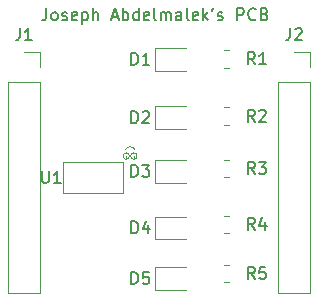
<source format=gto>
%TF.GenerationSoftware,KiCad,Pcbnew,8.0.5*%
%TF.CreationDate,2024-10-04T14:56:02-07:00*%
%TF.ProjectId,TempSensorPCB,54656d70-5365-46e7-936f-725043422e6b,v01*%
%TF.SameCoordinates,Original*%
%TF.FileFunction,Legend,Top*%
%TF.FilePolarity,Positive*%
%FSLAX46Y46*%
G04 Gerber Fmt 4.6, Leading zero omitted, Abs format (unit mm)*
G04 Created by KiCad (PCBNEW 8.0.5) date 2024-10-04 14:56:02*
%MOMM*%
%LPD*%
G01*
G04 APERTURE LIST*
%ADD10C,0.152400*%
%ADD11C,0.150000*%
%ADD12C,0.129540*%
%ADD13C,0.120000*%
%ADD14C,0.100000*%
G04 APERTURE END LIST*
D10*
X131434072Y-127393694D02*
X131434072Y-128107979D01*
X131434072Y-128107979D02*
X131386453Y-128250836D01*
X131386453Y-128250836D02*
X131291215Y-128346075D01*
X131291215Y-128346075D02*
X131148358Y-128393694D01*
X131148358Y-128393694D02*
X131053120Y-128393694D01*
X132053120Y-128393694D02*
X131957882Y-128346075D01*
X131957882Y-128346075D02*
X131910263Y-128298455D01*
X131910263Y-128298455D02*
X131862644Y-128203217D01*
X131862644Y-128203217D02*
X131862644Y-127917503D01*
X131862644Y-127917503D02*
X131910263Y-127822265D01*
X131910263Y-127822265D02*
X131957882Y-127774646D01*
X131957882Y-127774646D02*
X132053120Y-127727027D01*
X132053120Y-127727027D02*
X132195977Y-127727027D01*
X132195977Y-127727027D02*
X132291215Y-127774646D01*
X132291215Y-127774646D02*
X132338834Y-127822265D01*
X132338834Y-127822265D02*
X132386453Y-127917503D01*
X132386453Y-127917503D02*
X132386453Y-128203217D01*
X132386453Y-128203217D02*
X132338834Y-128298455D01*
X132338834Y-128298455D02*
X132291215Y-128346075D01*
X132291215Y-128346075D02*
X132195977Y-128393694D01*
X132195977Y-128393694D02*
X132053120Y-128393694D01*
X132767406Y-128346075D02*
X132862644Y-128393694D01*
X132862644Y-128393694D02*
X133053120Y-128393694D01*
X133053120Y-128393694D02*
X133148358Y-128346075D01*
X133148358Y-128346075D02*
X133195977Y-128250836D01*
X133195977Y-128250836D02*
X133195977Y-128203217D01*
X133195977Y-128203217D02*
X133148358Y-128107979D01*
X133148358Y-128107979D02*
X133053120Y-128060360D01*
X133053120Y-128060360D02*
X132910263Y-128060360D01*
X132910263Y-128060360D02*
X132815025Y-128012741D01*
X132815025Y-128012741D02*
X132767406Y-127917503D01*
X132767406Y-127917503D02*
X132767406Y-127869884D01*
X132767406Y-127869884D02*
X132815025Y-127774646D01*
X132815025Y-127774646D02*
X132910263Y-127727027D01*
X132910263Y-127727027D02*
X133053120Y-127727027D01*
X133053120Y-127727027D02*
X133148358Y-127774646D01*
X134005501Y-128346075D02*
X133910263Y-128393694D01*
X133910263Y-128393694D02*
X133719787Y-128393694D01*
X133719787Y-128393694D02*
X133624549Y-128346075D01*
X133624549Y-128346075D02*
X133576930Y-128250836D01*
X133576930Y-128250836D02*
X133576930Y-127869884D01*
X133576930Y-127869884D02*
X133624549Y-127774646D01*
X133624549Y-127774646D02*
X133719787Y-127727027D01*
X133719787Y-127727027D02*
X133910263Y-127727027D01*
X133910263Y-127727027D02*
X134005501Y-127774646D01*
X134005501Y-127774646D02*
X134053120Y-127869884D01*
X134053120Y-127869884D02*
X134053120Y-127965122D01*
X134053120Y-127965122D02*
X133576930Y-128060360D01*
X134481692Y-127727027D02*
X134481692Y-128727027D01*
X134481692Y-127774646D02*
X134576930Y-127727027D01*
X134576930Y-127727027D02*
X134767406Y-127727027D01*
X134767406Y-127727027D02*
X134862644Y-127774646D01*
X134862644Y-127774646D02*
X134910263Y-127822265D01*
X134910263Y-127822265D02*
X134957882Y-127917503D01*
X134957882Y-127917503D02*
X134957882Y-128203217D01*
X134957882Y-128203217D02*
X134910263Y-128298455D01*
X134910263Y-128298455D02*
X134862644Y-128346075D01*
X134862644Y-128346075D02*
X134767406Y-128393694D01*
X134767406Y-128393694D02*
X134576930Y-128393694D01*
X134576930Y-128393694D02*
X134481692Y-128346075D01*
X135386454Y-128393694D02*
X135386454Y-127393694D01*
X135815025Y-128393694D02*
X135815025Y-127869884D01*
X135815025Y-127869884D02*
X135767406Y-127774646D01*
X135767406Y-127774646D02*
X135672168Y-127727027D01*
X135672168Y-127727027D02*
X135529311Y-127727027D01*
X135529311Y-127727027D02*
X135434073Y-127774646D01*
X135434073Y-127774646D02*
X135386454Y-127822265D01*
X137005502Y-128107979D02*
X137481692Y-128107979D01*
X136910264Y-128393694D02*
X137243597Y-127393694D01*
X137243597Y-127393694D02*
X137576930Y-128393694D01*
X137910264Y-128393694D02*
X137910264Y-127393694D01*
X137910264Y-127774646D02*
X138005502Y-127727027D01*
X138005502Y-127727027D02*
X138195978Y-127727027D01*
X138195978Y-127727027D02*
X138291216Y-127774646D01*
X138291216Y-127774646D02*
X138338835Y-127822265D01*
X138338835Y-127822265D02*
X138386454Y-127917503D01*
X138386454Y-127917503D02*
X138386454Y-128203217D01*
X138386454Y-128203217D02*
X138338835Y-128298455D01*
X138338835Y-128298455D02*
X138291216Y-128346075D01*
X138291216Y-128346075D02*
X138195978Y-128393694D01*
X138195978Y-128393694D02*
X138005502Y-128393694D01*
X138005502Y-128393694D02*
X137910264Y-128346075D01*
X139243597Y-128393694D02*
X139243597Y-127393694D01*
X139243597Y-128346075D02*
X139148359Y-128393694D01*
X139148359Y-128393694D02*
X138957883Y-128393694D01*
X138957883Y-128393694D02*
X138862645Y-128346075D01*
X138862645Y-128346075D02*
X138815026Y-128298455D01*
X138815026Y-128298455D02*
X138767407Y-128203217D01*
X138767407Y-128203217D02*
X138767407Y-127917503D01*
X138767407Y-127917503D02*
X138815026Y-127822265D01*
X138815026Y-127822265D02*
X138862645Y-127774646D01*
X138862645Y-127774646D02*
X138957883Y-127727027D01*
X138957883Y-127727027D02*
X139148359Y-127727027D01*
X139148359Y-127727027D02*
X139243597Y-127774646D01*
X140100740Y-128346075D02*
X140005502Y-128393694D01*
X140005502Y-128393694D02*
X139815026Y-128393694D01*
X139815026Y-128393694D02*
X139719788Y-128346075D01*
X139719788Y-128346075D02*
X139672169Y-128250836D01*
X139672169Y-128250836D02*
X139672169Y-127869884D01*
X139672169Y-127869884D02*
X139719788Y-127774646D01*
X139719788Y-127774646D02*
X139815026Y-127727027D01*
X139815026Y-127727027D02*
X140005502Y-127727027D01*
X140005502Y-127727027D02*
X140100740Y-127774646D01*
X140100740Y-127774646D02*
X140148359Y-127869884D01*
X140148359Y-127869884D02*
X140148359Y-127965122D01*
X140148359Y-127965122D02*
X139672169Y-128060360D01*
X140719788Y-128393694D02*
X140624550Y-128346075D01*
X140624550Y-128346075D02*
X140576931Y-128250836D01*
X140576931Y-128250836D02*
X140576931Y-127393694D01*
X141100741Y-128393694D02*
X141100741Y-127727027D01*
X141100741Y-127822265D02*
X141148360Y-127774646D01*
X141148360Y-127774646D02*
X141243598Y-127727027D01*
X141243598Y-127727027D02*
X141386455Y-127727027D01*
X141386455Y-127727027D02*
X141481693Y-127774646D01*
X141481693Y-127774646D02*
X141529312Y-127869884D01*
X141529312Y-127869884D02*
X141529312Y-128393694D01*
X141529312Y-127869884D02*
X141576931Y-127774646D01*
X141576931Y-127774646D02*
X141672169Y-127727027D01*
X141672169Y-127727027D02*
X141815026Y-127727027D01*
X141815026Y-127727027D02*
X141910265Y-127774646D01*
X141910265Y-127774646D02*
X141957884Y-127869884D01*
X141957884Y-127869884D02*
X141957884Y-128393694D01*
X142862645Y-128393694D02*
X142862645Y-127869884D01*
X142862645Y-127869884D02*
X142815026Y-127774646D01*
X142815026Y-127774646D02*
X142719788Y-127727027D01*
X142719788Y-127727027D02*
X142529312Y-127727027D01*
X142529312Y-127727027D02*
X142434074Y-127774646D01*
X142862645Y-128346075D02*
X142767407Y-128393694D01*
X142767407Y-128393694D02*
X142529312Y-128393694D01*
X142529312Y-128393694D02*
X142434074Y-128346075D01*
X142434074Y-128346075D02*
X142386455Y-128250836D01*
X142386455Y-128250836D02*
X142386455Y-128155598D01*
X142386455Y-128155598D02*
X142434074Y-128060360D01*
X142434074Y-128060360D02*
X142529312Y-128012741D01*
X142529312Y-128012741D02*
X142767407Y-128012741D01*
X142767407Y-128012741D02*
X142862645Y-127965122D01*
X143481693Y-128393694D02*
X143386455Y-128346075D01*
X143386455Y-128346075D02*
X143338836Y-128250836D01*
X143338836Y-128250836D02*
X143338836Y-127393694D01*
X144243598Y-128346075D02*
X144148360Y-128393694D01*
X144148360Y-128393694D02*
X143957884Y-128393694D01*
X143957884Y-128393694D02*
X143862646Y-128346075D01*
X143862646Y-128346075D02*
X143815027Y-128250836D01*
X143815027Y-128250836D02*
X143815027Y-127869884D01*
X143815027Y-127869884D02*
X143862646Y-127774646D01*
X143862646Y-127774646D02*
X143957884Y-127727027D01*
X143957884Y-127727027D02*
X144148360Y-127727027D01*
X144148360Y-127727027D02*
X144243598Y-127774646D01*
X144243598Y-127774646D02*
X144291217Y-127869884D01*
X144291217Y-127869884D02*
X144291217Y-127965122D01*
X144291217Y-127965122D02*
X143815027Y-128060360D01*
X144719789Y-128393694D02*
X144719789Y-127393694D01*
X144815027Y-128012741D02*
X145100741Y-128393694D01*
X145100741Y-127727027D02*
X144719789Y-128107979D01*
X145576932Y-127393694D02*
X145481694Y-127584170D01*
X145957884Y-128346075D02*
X146053122Y-128393694D01*
X146053122Y-128393694D02*
X146243598Y-128393694D01*
X146243598Y-128393694D02*
X146338836Y-128346075D01*
X146338836Y-128346075D02*
X146386455Y-128250836D01*
X146386455Y-128250836D02*
X146386455Y-128203217D01*
X146386455Y-128203217D02*
X146338836Y-128107979D01*
X146338836Y-128107979D02*
X146243598Y-128060360D01*
X146243598Y-128060360D02*
X146100741Y-128060360D01*
X146100741Y-128060360D02*
X146005503Y-128012741D01*
X146005503Y-128012741D02*
X145957884Y-127917503D01*
X145957884Y-127917503D02*
X145957884Y-127869884D01*
X145957884Y-127869884D02*
X146005503Y-127774646D01*
X146005503Y-127774646D02*
X146100741Y-127727027D01*
X146100741Y-127727027D02*
X146243598Y-127727027D01*
X146243598Y-127727027D02*
X146338836Y-127774646D01*
X147576932Y-128393694D02*
X147576932Y-127393694D01*
X147576932Y-127393694D02*
X147957884Y-127393694D01*
X147957884Y-127393694D02*
X148053122Y-127441313D01*
X148053122Y-127441313D02*
X148100741Y-127488932D01*
X148100741Y-127488932D02*
X148148360Y-127584170D01*
X148148360Y-127584170D02*
X148148360Y-127727027D01*
X148148360Y-127727027D02*
X148100741Y-127822265D01*
X148100741Y-127822265D02*
X148053122Y-127869884D01*
X148053122Y-127869884D02*
X147957884Y-127917503D01*
X147957884Y-127917503D02*
X147576932Y-127917503D01*
X149148360Y-128298455D02*
X149100741Y-128346075D01*
X149100741Y-128346075D02*
X148957884Y-128393694D01*
X148957884Y-128393694D02*
X148862646Y-128393694D01*
X148862646Y-128393694D02*
X148719789Y-128346075D01*
X148719789Y-128346075D02*
X148624551Y-128250836D01*
X148624551Y-128250836D02*
X148576932Y-128155598D01*
X148576932Y-128155598D02*
X148529313Y-127965122D01*
X148529313Y-127965122D02*
X148529313Y-127822265D01*
X148529313Y-127822265D02*
X148576932Y-127631789D01*
X148576932Y-127631789D02*
X148624551Y-127536551D01*
X148624551Y-127536551D02*
X148719789Y-127441313D01*
X148719789Y-127441313D02*
X148862646Y-127393694D01*
X148862646Y-127393694D02*
X148957884Y-127393694D01*
X148957884Y-127393694D02*
X149100741Y-127441313D01*
X149100741Y-127441313D02*
X149148360Y-127488932D01*
X149910265Y-127869884D02*
X150053122Y-127917503D01*
X150053122Y-127917503D02*
X150100741Y-127965122D01*
X150100741Y-127965122D02*
X150148360Y-128060360D01*
X150148360Y-128060360D02*
X150148360Y-128203217D01*
X150148360Y-128203217D02*
X150100741Y-128298455D01*
X150100741Y-128298455D02*
X150053122Y-128346075D01*
X150053122Y-128346075D02*
X149957884Y-128393694D01*
X149957884Y-128393694D02*
X149576932Y-128393694D01*
X149576932Y-128393694D02*
X149576932Y-127393694D01*
X149576932Y-127393694D02*
X149910265Y-127393694D01*
X149910265Y-127393694D02*
X150005503Y-127441313D01*
X150005503Y-127441313D02*
X150053122Y-127488932D01*
X150053122Y-127488932D02*
X150100741Y-127584170D01*
X150100741Y-127584170D02*
X150100741Y-127679408D01*
X150100741Y-127679408D02*
X150053122Y-127774646D01*
X150053122Y-127774646D02*
X150005503Y-127822265D01*
X150005503Y-127822265D02*
X149910265Y-127869884D01*
X149910265Y-127869884D02*
X149576932Y-127869884D01*
D11*
X138639405Y-141649819D02*
X138639405Y-140649819D01*
X138639405Y-140649819D02*
X138877500Y-140649819D01*
X138877500Y-140649819D02*
X139020357Y-140697438D01*
X139020357Y-140697438D02*
X139115595Y-140792676D01*
X139115595Y-140792676D02*
X139163214Y-140887914D01*
X139163214Y-140887914D02*
X139210833Y-141078390D01*
X139210833Y-141078390D02*
X139210833Y-141221247D01*
X139210833Y-141221247D02*
X139163214Y-141411723D01*
X139163214Y-141411723D02*
X139115595Y-141506961D01*
X139115595Y-141506961D02*
X139020357Y-141602200D01*
X139020357Y-141602200D02*
X138877500Y-141649819D01*
X138877500Y-141649819D02*
X138639405Y-141649819D01*
X139544167Y-140649819D02*
X140163214Y-140649819D01*
X140163214Y-140649819D02*
X139829881Y-141030771D01*
X139829881Y-141030771D02*
X139972738Y-141030771D01*
X139972738Y-141030771D02*
X140067976Y-141078390D01*
X140067976Y-141078390D02*
X140115595Y-141126009D01*
X140115595Y-141126009D02*
X140163214Y-141221247D01*
X140163214Y-141221247D02*
X140163214Y-141459342D01*
X140163214Y-141459342D02*
X140115595Y-141554580D01*
X140115595Y-141554580D02*
X140067976Y-141602200D01*
X140067976Y-141602200D02*
X139972738Y-141649819D01*
X139972738Y-141649819D02*
X139687024Y-141649819D01*
X139687024Y-141649819D02*
X139591786Y-141602200D01*
X139591786Y-141602200D02*
X139544167Y-141554580D01*
X138639405Y-146442819D02*
X138639405Y-145442819D01*
X138639405Y-145442819D02*
X138877500Y-145442819D01*
X138877500Y-145442819D02*
X139020357Y-145490438D01*
X139020357Y-145490438D02*
X139115595Y-145585676D01*
X139115595Y-145585676D02*
X139163214Y-145680914D01*
X139163214Y-145680914D02*
X139210833Y-145871390D01*
X139210833Y-145871390D02*
X139210833Y-146014247D01*
X139210833Y-146014247D02*
X139163214Y-146204723D01*
X139163214Y-146204723D02*
X139115595Y-146299961D01*
X139115595Y-146299961D02*
X139020357Y-146395200D01*
X139020357Y-146395200D02*
X138877500Y-146442819D01*
X138877500Y-146442819D02*
X138639405Y-146442819D01*
X140067976Y-145776152D02*
X140067976Y-146442819D01*
X139829881Y-145395200D02*
X139591786Y-146109485D01*
X139591786Y-146109485D02*
X140210833Y-146109485D01*
X149081833Y-150314819D02*
X148748500Y-149838628D01*
X148510405Y-150314819D02*
X148510405Y-149314819D01*
X148510405Y-149314819D02*
X148891357Y-149314819D01*
X148891357Y-149314819D02*
X148986595Y-149362438D01*
X148986595Y-149362438D02*
X149034214Y-149410057D01*
X149034214Y-149410057D02*
X149081833Y-149505295D01*
X149081833Y-149505295D02*
X149081833Y-149648152D01*
X149081833Y-149648152D02*
X149034214Y-149743390D01*
X149034214Y-149743390D02*
X148986595Y-149791009D01*
X148986595Y-149791009D02*
X148891357Y-149838628D01*
X148891357Y-149838628D02*
X148510405Y-149838628D01*
X149986595Y-149314819D02*
X149510405Y-149314819D01*
X149510405Y-149314819D02*
X149462786Y-149791009D01*
X149462786Y-149791009D02*
X149510405Y-149743390D01*
X149510405Y-149743390D02*
X149605643Y-149695771D01*
X149605643Y-149695771D02*
X149843738Y-149695771D01*
X149843738Y-149695771D02*
X149938976Y-149743390D01*
X149938976Y-149743390D02*
X149986595Y-149791009D01*
X149986595Y-149791009D02*
X150034214Y-149886247D01*
X150034214Y-149886247D02*
X150034214Y-150124342D01*
X150034214Y-150124342D02*
X149986595Y-150219580D01*
X149986595Y-150219580D02*
X149938976Y-150267200D01*
X149938976Y-150267200D02*
X149843738Y-150314819D01*
X149843738Y-150314819D02*
X149605643Y-150314819D01*
X149605643Y-150314819D02*
X149510405Y-150267200D01*
X149510405Y-150267200D02*
X149462786Y-150219580D01*
X129206666Y-129082319D02*
X129206666Y-129796604D01*
X129206666Y-129796604D02*
X129159047Y-129939461D01*
X129159047Y-129939461D02*
X129063809Y-130034700D01*
X129063809Y-130034700D02*
X128920952Y-130082319D01*
X128920952Y-130082319D02*
X128825714Y-130082319D01*
X130206666Y-130082319D02*
X129635238Y-130082319D01*
X129920952Y-130082319D02*
X129920952Y-129082319D01*
X129920952Y-129082319D02*
X129825714Y-129225176D01*
X129825714Y-129225176D02*
X129730476Y-129320414D01*
X129730476Y-129320414D02*
X129635238Y-129368033D01*
X149081833Y-136979819D02*
X148748500Y-136503628D01*
X148510405Y-136979819D02*
X148510405Y-135979819D01*
X148510405Y-135979819D02*
X148891357Y-135979819D01*
X148891357Y-135979819D02*
X148986595Y-136027438D01*
X148986595Y-136027438D02*
X149034214Y-136075057D01*
X149034214Y-136075057D02*
X149081833Y-136170295D01*
X149081833Y-136170295D02*
X149081833Y-136313152D01*
X149081833Y-136313152D02*
X149034214Y-136408390D01*
X149034214Y-136408390D02*
X148986595Y-136456009D01*
X148986595Y-136456009D02*
X148891357Y-136503628D01*
X148891357Y-136503628D02*
X148510405Y-136503628D01*
X149462786Y-136075057D02*
X149510405Y-136027438D01*
X149510405Y-136027438D02*
X149605643Y-135979819D01*
X149605643Y-135979819D02*
X149843738Y-135979819D01*
X149843738Y-135979819D02*
X149938976Y-136027438D01*
X149938976Y-136027438D02*
X149986595Y-136075057D01*
X149986595Y-136075057D02*
X150034214Y-136170295D01*
X150034214Y-136170295D02*
X150034214Y-136265533D01*
X150034214Y-136265533D02*
X149986595Y-136408390D01*
X149986595Y-136408390D02*
X149415167Y-136979819D01*
X149415167Y-136979819D02*
X150034214Y-136979819D01*
X149081833Y-146127819D02*
X148748500Y-145651628D01*
X148510405Y-146127819D02*
X148510405Y-145127819D01*
X148510405Y-145127819D02*
X148891357Y-145127819D01*
X148891357Y-145127819D02*
X148986595Y-145175438D01*
X148986595Y-145175438D02*
X149034214Y-145223057D01*
X149034214Y-145223057D02*
X149081833Y-145318295D01*
X149081833Y-145318295D02*
X149081833Y-145461152D01*
X149081833Y-145461152D02*
X149034214Y-145556390D01*
X149034214Y-145556390D02*
X148986595Y-145604009D01*
X148986595Y-145604009D02*
X148891357Y-145651628D01*
X148891357Y-145651628D02*
X148510405Y-145651628D01*
X149938976Y-145461152D02*
X149938976Y-146127819D01*
X149700881Y-145080200D02*
X149462786Y-145794485D01*
X149462786Y-145794485D02*
X150081833Y-145794485D01*
X138639405Y-150719819D02*
X138639405Y-149719819D01*
X138639405Y-149719819D02*
X138877500Y-149719819D01*
X138877500Y-149719819D02*
X139020357Y-149767438D01*
X139020357Y-149767438D02*
X139115595Y-149862676D01*
X139115595Y-149862676D02*
X139163214Y-149957914D01*
X139163214Y-149957914D02*
X139210833Y-150148390D01*
X139210833Y-150148390D02*
X139210833Y-150291247D01*
X139210833Y-150291247D02*
X139163214Y-150481723D01*
X139163214Y-150481723D02*
X139115595Y-150576961D01*
X139115595Y-150576961D02*
X139020357Y-150672200D01*
X139020357Y-150672200D02*
X138877500Y-150719819D01*
X138877500Y-150719819D02*
X138639405Y-150719819D01*
X140115595Y-149719819D02*
X139639405Y-149719819D01*
X139639405Y-149719819D02*
X139591786Y-150196009D01*
X139591786Y-150196009D02*
X139639405Y-150148390D01*
X139639405Y-150148390D02*
X139734643Y-150100771D01*
X139734643Y-150100771D02*
X139972738Y-150100771D01*
X139972738Y-150100771D02*
X140067976Y-150148390D01*
X140067976Y-150148390D02*
X140115595Y-150196009D01*
X140115595Y-150196009D02*
X140163214Y-150291247D01*
X140163214Y-150291247D02*
X140163214Y-150529342D01*
X140163214Y-150529342D02*
X140115595Y-150624580D01*
X140115595Y-150624580D02*
X140067976Y-150672200D01*
X140067976Y-150672200D02*
X139972738Y-150719819D01*
X139972738Y-150719819D02*
X139734643Y-150719819D01*
X139734643Y-150719819D02*
X139639405Y-150672200D01*
X139639405Y-150672200D02*
X139591786Y-150624580D01*
X149081833Y-141424819D02*
X148748500Y-140948628D01*
X148510405Y-141424819D02*
X148510405Y-140424819D01*
X148510405Y-140424819D02*
X148891357Y-140424819D01*
X148891357Y-140424819D02*
X148986595Y-140472438D01*
X148986595Y-140472438D02*
X149034214Y-140520057D01*
X149034214Y-140520057D02*
X149081833Y-140615295D01*
X149081833Y-140615295D02*
X149081833Y-140758152D01*
X149081833Y-140758152D02*
X149034214Y-140853390D01*
X149034214Y-140853390D02*
X148986595Y-140901009D01*
X148986595Y-140901009D02*
X148891357Y-140948628D01*
X148891357Y-140948628D02*
X148510405Y-140948628D01*
X149415167Y-140424819D02*
X150034214Y-140424819D01*
X150034214Y-140424819D02*
X149700881Y-140805771D01*
X149700881Y-140805771D02*
X149843738Y-140805771D01*
X149843738Y-140805771D02*
X149938976Y-140853390D01*
X149938976Y-140853390D02*
X149986595Y-140901009D01*
X149986595Y-140901009D02*
X150034214Y-140996247D01*
X150034214Y-140996247D02*
X150034214Y-141234342D01*
X150034214Y-141234342D02*
X149986595Y-141329580D01*
X149986595Y-141329580D02*
X149938976Y-141377200D01*
X149938976Y-141377200D02*
X149843738Y-141424819D01*
X149843738Y-141424819D02*
X149558024Y-141424819D01*
X149558024Y-141424819D02*
X149462786Y-141377200D01*
X149462786Y-141377200D02*
X149415167Y-141329580D01*
D12*
X131064095Y-141187882D02*
X131064095Y-141997405D01*
X131064095Y-141997405D02*
X131111714Y-142092643D01*
X131111714Y-142092643D02*
X131159333Y-142140263D01*
X131159333Y-142140263D02*
X131254571Y-142187882D01*
X131254571Y-142187882D02*
X131445047Y-142187882D01*
X131445047Y-142187882D02*
X131540285Y-142140263D01*
X131540285Y-142140263D02*
X131587904Y-142092643D01*
X131587904Y-142092643D02*
X131635523Y-141997405D01*
X131635523Y-141997405D02*
X131635523Y-141187882D01*
X132635523Y-142187882D02*
X132064095Y-142187882D01*
X132349809Y-142187882D02*
X132349809Y-141187882D01*
X132349809Y-141187882D02*
X132254571Y-141330739D01*
X132254571Y-141330739D02*
X132159333Y-141425977D01*
X132159333Y-141425977D02*
X132064095Y-141473596D01*
D11*
X152066666Y-129082319D02*
X152066666Y-129796604D01*
X152066666Y-129796604D02*
X152019047Y-129939461D01*
X152019047Y-129939461D02*
X151923809Y-130034700D01*
X151923809Y-130034700D02*
X151780952Y-130082319D01*
X151780952Y-130082319D02*
X151685714Y-130082319D01*
X152495238Y-129177557D02*
X152542857Y-129129938D01*
X152542857Y-129129938D02*
X152638095Y-129082319D01*
X152638095Y-129082319D02*
X152876190Y-129082319D01*
X152876190Y-129082319D02*
X152971428Y-129129938D01*
X152971428Y-129129938D02*
X153019047Y-129177557D01*
X153019047Y-129177557D02*
X153066666Y-129272795D01*
X153066666Y-129272795D02*
X153066666Y-129368033D01*
X153066666Y-129368033D02*
X153019047Y-129510890D01*
X153019047Y-129510890D02*
X152447619Y-130082319D01*
X152447619Y-130082319D02*
X153066666Y-130082319D01*
X138639405Y-132169819D02*
X138639405Y-131169819D01*
X138639405Y-131169819D02*
X138877500Y-131169819D01*
X138877500Y-131169819D02*
X139020357Y-131217438D01*
X139020357Y-131217438D02*
X139115595Y-131312676D01*
X139115595Y-131312676D02*
X139163214Y-131407914D01*
X139163214Y-131407914D02*
X139210833Y-131598390D01*
X139210833Y-131598390D02*
X139210833Y-131741247D01*
X139210833Y-131741247D02*
X139163214Y-131931723D01*
X139163214Y-131931723D02*
X139115595Y-132026961D01*
X139115595Y-132026961D02*
X139020357Y-132122200D01*
X139020357Y-132122200D02*
X138877500Y-132169819D01*
X138877500Y-132169819D02*
X138639405Y-132169819D01*
X140163214Y-132169819D02*
X139591786Y-132169819D01*
X139877500Y-132169819D02*
X139877500Y-131169819D01*
X139877500Y-131169819D02*
X139782262Y-131312676D01*
X139782262Y-131312676D02*
X139687024Y-131407914D01*
X139687024Y-131407914D02*
X139591786Y-131455533D01*
X138639405Y-137114819D02*
X138639405Y-136114819D01*
X138639405Y-136114819D02*
X138877500Y-136114819D01*
X138877500Y-136114819D02*
X139020357Y-136162438D01*
X139020357Y-136162438D02*
X139115595Y-136257676D01*
X139115595Y-136257676D02*
X139163214Y-136352914D01*
X139163214Y-136352914D02*
X139210833Y-136543390D01*
X139210833Y-136543390D02*
X139210833Y-136686247D01*
X139210833Y-136686247D02*
X139163214Y-136876723D01*
X139163214Y-136876723D02*
X139115595Y-136971961D01*
X139115595Y-136971961D02*
X139020357Y-137067200D01*
X139020357Y-137067200D02*
X138877500Y-137114819D01*
X138877500Y-137114819D02*
X138639405Y-137114819D01*
X139591786Y-136210057D02*
X139639405Y-136162438D01*
X139639405Y-136162438D02*
X139734643Y-136114819D01*
X139734643Y-136114819D02*
X139972738Y-136114819D01*
X139972738Y-136114819D02*
X140067976Y-136162438D01*
X140067976Y-136162438D02*
X140115595Y-136210057D01*
X140115595Y-136210057D02*
X140163214Y-136305295D01*
X140163214Y-136305295D02*
X140163214Y-136400533D01*
X140163214Y-136400533D02*
X140115595Y-136543390D01*
X140115595Y-136543390D02*
X139544167Y-137114819D01*
X139544167Y-137114819D02*
X140163214Y-137114819D01*
X149081833Y-132124819D02*
X148748500Y-131648628D01*
X148510405Y-132124819D02*
X148510405Y-131124819D01*
X148510405Y-131124819D02*
X148891357Y-131124819D01*
X148891357Y-131124819D02*
X148986595Y-131172438D01*
X148986595Y-131172438D02*
X149034214Y-131220057D01*
X149034214Y-131220057D02*
X149081833Y-131315295D01*
X149081833Y-131315295D02*
X149081833Y-131458152D01*
X149081833Y-131458152D02*
X149034214Y-131553390D01*
X149034214Y-131553390D02*
X148986595Y-131601009D01*
X148986595Y-131601009D02*
X148891357Y-131648628D01*
X148891357Y-131648628D02*
X148510405Y-131648628D01*
X150034214Y-132124819D02*
X149462786Y-132124819D01*
X149748500Y-132124819D02*
X149748500Y-131124819D01*
X149748500Y-131124819D02*
X149653262Y-131267676D01*
X149653262Y-131267676D02*
X149558024Y-131362914D01*
X149558024Y-131362914D02*
X149462786Y-131410533D01*
D13*
X143298500Y-140235000D02*
X140613500Y-140235000D01*
X140613500Y-142155000D02*
X143298500Y-142155000D01*
X140613500Y-140235000D02*
X140613500Y-142155000D01*
X140613500Y-145028000D02*
X140613500Y-146948000D01*
X140613500Y-146948000D02*
X143298500Y-146948000D01*
X143298500Y-145028000D02*
X140613500Y-145028000D01*
X146481436Y-149125000D02*
X146935564Y-149125000D01*
X146481436Y-150595000D02*
X146935564Y-150595000D01*
X128210000Y-133667500D02*
X128210000Y-151507500D01*
X128210000Y-133667500D02*
X130870000Y-133667500D01*
X128210000Y-151507500D02*
X130870000Y-151507500D01*
X129540000Y-131067500D02*
X130870000Y-131067500D01*
X130870000Y-131067500D02*
X130870000Y-132397500D01*
X130870000Y-133667500D02*
X130870000Y-151507500D01*
X146481436Y-135790000D02*
X146935564Y-135790000D01*
X146481436Y-137260000D02*
X146935564Y-137260000D01*
X146481436Y-144938000D02*
X146935564Y-144938000D01*
X146481436Y-146408000D02*
X146935564Y-146408000D01*
X143298500Y-149305000D02*
X140613500Y-149305000D01*
X140613500Y-151225000D02*
X143298500Y-151225000D01*
X140613500Y-149305000D02*
X140613500Y-151225000D01*
X146481436Y-140235000D02*
X146935564Y-140235000D01*
X146481436Y-141705000D02*
X146935564Y-141705000D01*
D14*
X132882000Y-143032000D02*
X132882000Y-140432000D01*
X137882000Y-140432000D02*
X132882000Y-140432000D01*
X137882000Y-143032000D02*
X132882000Y-143032000D01*
X137882000Y-143032000D02*
X137882000Y-140432000D01*
X138201400Y-139903200D02*
X138201400Y-140182600D01*
X138836400Y-139903200D02*
X138836400Y-140182600D01*
X138108201Y-139415288D02*
G75*
G02*
X138937999Y-139369800I423399J-132312D01*
G01*
X138480800Y-139903200D02*
G75*
G02*
X137922000Y-139903200I-279400J0D01*
G01*
X137922000Y-139903200D02*
G75*
G02*
X138480800Y-139903200I279400J0D01*
G01*
X139115800Y-139903200D02*
G75*
G02*
X138557000Y-139903200I-279400J0D01*
G01*
X138557000Y-139903200D02*
G75*
G02*
X139115800Y-139903200I279400J0D01*
G01*
D13*
X151070000Y-133667500D02*
X151070000Y-151507500D01*
X151070000Y-133667500D02*
X153730000Y-133667500D01*
X151070000Y-151507500D02*
X153730000Y-151507500D01*
X152400000Y-131067500D02*
X153730000Y-131067500D01*
X153730000Y-131067500D02*
X153730000Y-132397500D01*
X153730000Y-133667500D02*
X153730000Y-151507500D01*
X140613500Y-130755000D02*
X140613500Y-132675000D01*
X140613500Y-132675000D02*
X143298500Y-132675000D01*
X143298500Y-130755000D02*
X140613500Y-130755000D01*
X143298500Y-135700000D02*
X140613500Y-135700000D01*
X140613500Y-137620000D02*
X143298500Y-137620000D01*
X140613500Y-135700000D02*
X140613500Y-137620000D01*
X146481436Y-132405000D02*
X146935564Y-132405000D01*
X146481436Y-130935000D02*
X146935564Y-130935000D01*
M02*

</source>
